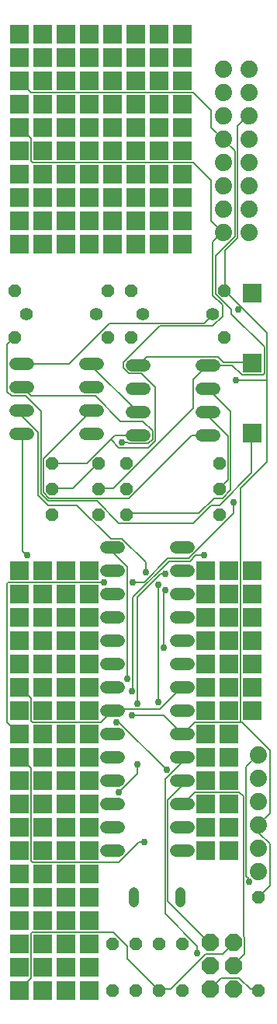
<source format=gbl>
G04 EAGLE Gerber RS-274X export*
G75*
%MOMM*%
%FSLAX34Y34*%
%LPD*%
%INBottom Copper*%
%IPPOS*%
%AMOC8*
5,1,8,0,0,1.08239X$1,22.5*%
G01*
%ADD10R,2.032000X2.032000*%
%ADD11C,1.320800*%
%ADD12P,1.429621X8X292.500000*%
%ADD13P,1.429621X8X112.500000*%
%ADD14P,2.034460X8X292.500000*%
%ADD15C,1.117600*%
%ADD16C,1.879600*%
%ADD17P,1.429621X8X202.500000*%
%ADD18P,1.429621X8X22.500000*%
%ADD19C,1.408000*%
%ADD20C,0.152400*%
%ADD21C,0.756400*%


D10*
X25400Y350520D03*
X25400Y325120D03*
X25400Y299720D03*
X25400Y274320D03*
X25400Y248920D03*
X25400Y223520D03*
X25400Y198120D03*
X25400Y172720D03*
X25400Y147320D03*
X25400Y121920D03*
X25400Y96520D03*
X25400Y71120D03*
X25400Y45720D03*
X25400Y20320D03*
X25400Y909320D03*
X25400Y426720D03*
X25400Y883920D03*
X25400Y858520D03*
X25400Y833120D03*
X25400Y401320D03*
X25400Y375920D03*
D11*
X120396Y502920D02*
X133604Y502920D01*
X133604Y477520D02*
X120396Y477520D01*
X120396Y452120D02*
X133604Y452120D01*
X133604Y426720D02*
X120396Y426720D01*
X120396Y401320D02*
X133604Y401320D01*
X133604Y375920D02*
X120396Y375920D01*
X120396Y350520D02*
X133604Y350520D01*
X133604Y325120D02*
X120396Y325120D01*
X120396Y299720D02*
X133604Y299720D01*
X133604Y274320D02*
X120396Y274320D01*
X120396Y248920D02*
X133604Y248920D01*
X133604Y223520D02*
X120396Y223520D01*
X120396Y198120D02*
X133604Y198120D01*
X133604Y172720D02*
X120396Y172720D01*
X196596Y172720D02*
X209804Y172720D01*
X209804Y198120D02*
X196596Y198120D01*
X196596Y223520D02*
X209804Y223520D01*
X209804Y248920D02*
X196596Y248920D01*
X196596Y274320D02*
X209804Y274320D01*
X209804Y299720D02*
X196596Y299720D01*
X196596Y325120D02*
X209804Y325120D01*
X209804Y350520D02*
X196596Y350520D01*
X196596Y375920D02*
X209804Y375920D01*
X209804Y401320D02*
X196596Y401320D01*
X196596Y426720D02*
X209804Y426720D01*
X209804Y452120D02*
X196596Y452120D01*
X196596Y477520D02*
X209804Y477520D01*
X209804Y502920D02*
X196596Y502920D01*
D12*
X285750Y121920D03*
X285750Y20320D03*
D13*
X203200Y20320D03*
X203200Y71120D03*
D14*
X233680Y72390D03*
X259080Y72390D03*
X233680Y46990D03*
X259080Y46990D03*
X233680Y21590D03*
X259080Y21590D03*
D13*
X177800Y20320D03*
X177800Y71120D03*
D15*
X200660Y116332D02*
X200660Y127508D01*
X149860Y127508D02*
X149860Y116332D01*
D12*
X127000Y71120D03*
X127000Y20320D03*
X152400Y71120D03*
X152400Y20320D03*
D16*
X285750Y276860D03*
X285750Y251460D03*
X285750Y226060D03*
X285750Y200660D03*
X285750Y175260D03*
X285750Y149860D03*
D11*
X34544Y702310D02*
X21336Y702310D01*
X21336Y676910D02*
X34544Y676910D01*
X97536Y676910D02*
X110744Y676910D01*
X110744Y702310D02*
X97536Y702310D01*
X34544Y651510D02*
X21336Y651510D01*
X21336Y626110D02*
X34544Y626110D01*
X97536Y651510D02*
X110744Y651510D01*
X110744Y626110D02*
X97536Y626110D01*
D17*
X111760Y538480D03*
X60960Y538480D03*
D11*
X148336Y701040D02*
X161544Y701040D01*
X161544Y675640D02*
X148336Y675640D01*
X224536Y675640D02*
X237744Y675640D01*
X237744Y701040D02*
X224536Y701040D01*
X161544Y650240D02*
X148336Y650240D01*
X148336Y624840D02*
X161544Y624840D01*
X224536Y650240D02*
X237744Y650240D01*
X237744Y624840D02*
X224536Y624840D01*
D17*
X111760Y566420D03*
X60960Y566420D03*
D18*
X142240Y594360D03*
X243840Y594360D03*
X147320Y731520D03*
X248920Y731520D03*
X142240Y566420D03*
X243840Y566420D03*
D16*
X275590Y845820D03*
X247650Y845820D03*
X275590Y871220D03*
X247650Y871220D03*
X275590Y896620D03*
X247650Y896620D03*
X275590Y922020D03*
X247650Y922020D03*
X275590Y947420D03*
X247650Y947420D03*
X275590Y972820D03*
X247650Y972820D03*
X275590Y998220D03*
X247650Y998220D03*
X275590Y1023620D03*
X247650Y1023620D03*
D10*
X279400Y703580D03*
X279400Y779780D03*
X25400Y1061720D03*
X25400Y1036320D03*
D18*
X60960Y594360D03*
X111760Y594360D03*
X20320Y731520D03*
X121920Y731520D03*
X20320Y782320D03*
X121920Y782320D03*
X147320Y782320D03*
X248920Y782320D03*
D19*
X33020Y756920D03*
X109220Y756920D03*
X160020Y756920D03*
X236220Y756920D03*
D18*
X142240Y538480D03*
X243840Y538480D03*
D20*
X216408Y312420D02*
X204216Y300228D01*
X266700Y312420D02*
X268224Y312420D01*
X266700Y312420D02*
X216408Y312420D01*
X268224Y312420D02*
X298704Y281940D01*
X298704Y213360D01*
X286512Y201168D01*
X204216Y300228D02*
X203200Y299720D01*
X285750Y200660D02*
X286512Y201168D01*
X182880Y320040D02*
X147828Y320040D01*
X182880Y320040D02*
X203200Y299720D01*
X190500Y21336D02*
X178308Y21336D01*
X190500Y21336D02*
X228600Y59436D01*
X246888Y59436D01*
X259080Y71628D01*
X178308Y21336D02*
X177800Y20320D01*
X259080Y71628D02*
X259080Y72390D01*
X38100Y33528D02*
X25908Y21336D01*
X38100Y33528D02*
X38100Y82296D01*
X39624Y83820D01*
X128016Y83820D01*
X143256Y68580D01*
X143256Y54864D01*
X177800Y20320D01*
X25908Y21336D02*
X25400Y20320D01*
X286512Y192024D02*
X286512Y199644D01*
X286512Y192024D02*
X298704Y179832D01*
X298704Y134112D01*
X286512Y121920D01*
X286512Y199644D02*
X285750Y200660D01*
X285750Y121920D02*
X286512Y121920D01*
X249936Y783336D02*
X249936Y826008D01*
X263652Y839724D01*
X263652Y961644D01*
X274320Y972312D01*
X249936Y783336D02*
X248920Y782320D01*
X274320Y972312D02*
X275590Y972820D01*
X79248Y702564D02*
X28956Y702564D01*
X79248Y702564D02*
X123444Y746760D01*
X227076Y746760D01*
X236220Y755904D01*
X28956Y702564D02*
X27940Y702310D01*
X236220Y755904D02*
X236220Y756920D01*
X266700Y566928D02*
X266700Y312420D01*
X266700Y566928D02*
X295656Y595884D01*
X295656Y685800D02*
X295656Y736092D01*
X295656Y685800D02*
X295656Y595884D01*
X266954Y764794D02*
X249936Y781812D01*
X266954Y764794D02*
X295656Y736092D01*
X249936Y781812D02*
X248920Y782320D01*
D21*
X147828Y320040D03*
X264160Y762000D03*
X261620Y684304D03*
D20*
X294160Y684304D01*
X295656Y685800D01*
X264160Y762000D02*
X266954Y764794D01*
D10*
X25400Y985520D03*
D20*
X128016Y326136D02*
X178308Y326136D01*
X202692Y350520D01*
X128016Y326136D02*
X127000Y325120D01*
X202692Y350520D02*
X203200Y350520D01*
X127000Y325120D02*
X114300Y312420D01*
X39624Y312420D01*
X38100Y313944D01*
X38100Y338328D01*
X25908Y350520D01*
X25400Y350520D01*
X60960Y566928D02*
X83820Y566928D01*
X111252Y594360D01*
X60960Y566928D02*
X60960Y566420D01*
X111252Y594360D02*
X111760Y594360D01*
X179832Y473964D02*
X184404Y473964D01*
X179832Y473964D02*
X153924Y448056D01*
X153924Y332232D01*
X153924Y266700D02*
X153924Y256032D01*
X134112Y236220D01*
D21*
X184404Y473964D03*
X153924Y332232D03*
X153924Y266700D03*
X134112Y236220D03*
D20*
X259080Y539496D02*
X259080Y551688D01*
X259080Y539496D02*
X210312Y490728D01*
X187452Y490728D01*
X161544Y464820D01*
X149352Y464820D01*
X117348Y464820D02*
X13716Y464820D01*
X12192Y463296D01*
X12192Y312420D01*
X24384Y300228D01*
X25400Y299720D01*
D21*
X259080Y551688D03*
X149352Y464820D03*
X117348Y464820D03*
D20*
X217932Y493776D02*
X227076Y493776D01*
X217932Y493776D02*
X211836Y487680D01*
X188976Y487680D01*
X149352Y448056D01*
X149352Y347472D01*
X147828Y345948D01*
X155448Y181356D02*
X161544Y181356D01*
X155448Y181356D02*
X134112Y160020D01*
X39624Y160020D01*
X38100Y161544D01*
X38100Y262128D01*
X25908Y274320D01*
X25400Y274320D01*
D21*
X227076Y493776D03*
X147828Y345948D03*
X161544Y181356D03*
D20*
X275844Y141732D02*
X275844Y138684D01*
X275844Y141732D02*
X272796Y144780D01*
X272796Y263652D01*
X284988Y275844D01*
X285750Y276860D01*
D21*
X275844Y138684D03*
D20*
X202692Y268224D02*
X202692Y274320D01*
X202692Y268224D02*
X184404Y249936D01*
X184404Y103632D01*
X219456Y68580D01*
X219456Y60960D01*
X203200Y274320D02*
X202692Y274320D01*
X28956Y644652D02*
X28956Y650748D01*
X28956Y644652D02*
X45720Y627888D01*
X45720Y559308D01*
X56388Y548640D01*
X88392Y548640D01*
X124968Y512064D01*
X137160Y512064D01*
X163068Y486156D01*
X163068Y475488D01*
X176784Y461772D02*
X176784Y333756D01*
X28956Y650748D02*
X27940Y651510D01*
D21*
X219456Y60960D03*
X163068Y475488D03*
X176784Y461772D03*
X176784Y333756D03*
D20*
X202692Y248412D02*
X202692Y242316D01*
X187452Y227076D01*
X187452Y117348D01*
X233172Y71628D01*
X202692Y248412D02*
X203200Y248920D01*
X233680Y72390D02*
X233172Y71628D01*
X277368Y21336D02*
X284988Y21336D01*
X277368Y21336D02*
X265176Y33528D01*
X245364Y33528D01*
X234696Y22860D01*
X284988Y21336D02*
X285750Y20320D01*
X234696Y22860D02*
X233680Y21590D01*
X128016Y496824D02*
X128016Y502920D01*
X128016Y496824D02*
X143256Y481584D01*
X143256Y359664D01*
X128016Y502920D02*
X127000Y502920D01*
D21*
X143256Y359664D03*
D20*
X216408Y236220D02*
X204216Y224028D01*
X216408Y236220D02*
X265176Y236220D01*
X269748Y231648D01*
X269748Y79248D01*
X271272Y77724D01*
X271272Y59436D01*
X259080Y47244D01*
X203200Y223520D02*
X204216Y224028D01*
X259080Y47244D02*
X259080Y46990D01*
X28956Y498348D02*
X28956Y624840D01*
X28956Y498348D02*
X33528Y493776D01*
X131064Y312420D02*
X134112Y312420D01*
X185928Y260604D01*
X28956Y624840D02*
X27940Y626110D01*
D21*
X33528Y493776D03*
X131064Y312420D03*
X185928Y260604D03*
X137160Y617220D03*
D20*
X143256Y617220D01*
X144780Y615696D01*
X166116Y615696D01*
X170688Y620268D01*
X170688Y629412D01*
X160020Y640080D01*
X135636Y640080D01*
X108204Y667512D01*
X38100Y667512D01*
X28956Y676656D01*
X27940Y676910D01*
X182880Y454152D02*
X182880Y393192D01*
X182880Y454152D02*
X184404Y455676D01*
D21*
X182880Y393192D03*
X184404Y455676D03*
D20*
X153924Y650748D02*
X103632Y701040D01*
X153924Y650748D02*
X154940Y650240D01*
X103632Y701040D02*
X104140Y702310D01*
X248412Y704088D02*
X278892Y704088D01*
X248412Y704088D02*
X242316Y710184D01*
X164592Y710184D01*
X155448Y701040D01*
X278892Y704088D02*
X279400Y703580D01*
X155448Y701040D02*
X154940Y701040D01*
X143256Y539496D02*
X220980Y539496D01*
X237744Y556260D01*
X246888Y556260D01*
X256032Y565404D01*
X256032Y650748D01*
X231140Y675640D01*
X143256Y539496D02*
X142240Y538480D01*
X213360Y624840D02*
X231140Y624840D01*
X213360Y624840D02*
X144780Y556260D01*
X57912Y556260D01*
X51816Y562356D01*
X51816Y598932D01*
X103632Y650748D01*
X104140Y651510D01*
D10*
X25400Y960120D03*
D20*
X60960Y594360D02*
X99060Y594360D01*
X124968Y620268D02*
X129540Y624840D01*
X124968Y620268D02*
X99060Y594360D01*
X129540Y624840D02*
X154940Y624840D01*
X38100Y947928D02*
X25908Y960120D01*
X38100Y947928D02*
X38100Y923544D01*
X39624Y922020D01*
X214884Y922020D01*
X234696Y902208D01*
X234696Y858012D01*
X246888Y845820D01*
X25908Y960120D02*
X25400Y960120D01*
X124968Y620268D02*
X134112Y611124D01*
X166116Y611124D01*
X173736Y618744D01*
X173736Y676656D01*
X158496Y691896D01*
X144780Y691896D01*
X138684Y697992D01*
X138684Y704088D01*
X178308Y743712D01*
X236220Y743712D01*
X246888Y754380D01*
X246888Y766572D01*
X236220Y777240D01*
X236220Y835152D01*
X246888Y845820D01*
X247650Y845820D01*
D10*
X25400Y1010920D03*
D20*
X112776Y566928D02*
X128016Y566928D01*
X214884Y653796D01*
X214884Y685800D01*
X230124Y701040D01*
X112776Y566928D02*
X111760Y566420D01*
X230124Y701040D02*
X231140Y701040D01*
X38100Y998220D02*
X25400Y1010920D01*
X38100Y998220D02*
X214884Y998220D01*
X234696Y978408D01*
X234696Y960120D01*
X246888Y947928D01*
X247650Y947420D01*
X257556Y701040D02*
X231140Y701040D01*
X257556Y701040D02*
X268224Y690372D01*
X291084Y690372D01*
X292608Y691896D01*
X239268Y778764D02*
X239268Y819912D01*
X260604Y841248D01*
X260604Y934212D01*
X248412Y946404D01*
X247650Y947420D01*
X239268Y778764D02*
X256540Y761492D01*
X256540Y756920D01*
X292608Y720852D01*
X292608Y691896D01*
X231648Y649224D02*
X231648Y644652D01*
X252984Y623316D01*
X252984Y576072D01*
X243840Y566928D01*
X231648Y649224D02*
X231140Y650240D01*
X243840Y566928D02*
X243840Y566420D01*
D10*
X50800Y20320D03*
X76200Y20320D03*
X101600Y20320D03*
X101600Y45720D03*
X76200Y45720D03*
X50800Y45720D03*
X50800Y71120D03*
X76200Y71120D03*
X101600Y71120D03*
X101600Y96520D03*
X76200Y96520D03*
X50800Y96520D03*
X50800Y121920D03*
X76200Y121920D03*
X101600Y121920D03*
X101600Y147320D03*
X76200Y147320D03*
X50800Y147320D03*
X50800Y172720D03*
X76200Y172720D03*
X101600Y172720D03*
X101600Y198120D03*
X76200Y198120D03*
X50800Y198120D03*
X50800Y223520D03*
X76200Y223520D03*
X101600Y223520D03*
X101600Y248920D03*
X76200Y248920D03*
X50800Y248920D03*
X50800Y274320D03*
X76200Y274320D03*
X101600Y274320D03*
X101600Y299720D03*
X76200Y299720D03*
X50800Y299720D03*
X50800Y325120D03*
X76200Y325120D03*
X101600Y325120D03*
X101600Y350520D03*
X76200Y350520D03*
X50800Y350520D03*
X50800Y375920D03*
X76200Y375920D03*
X101600Y375920D03*
X101600Y401320D03*
X76200Y401320D03*
X50800Y401320D03*
X50800Y426720D03*
X76200Y426720D03*
X101600Y426720D03*
X101600Y452120D03*
X76200Y452120D03*
X50800Y452120D03*
X25400Y452120D03*
X25400Y477520D03*
X50800Y477520D03*
X76200Y477520D03*
X101600Y477520D03*
X228600Y172720D03*
X254000Y172720D03*
X254000Y198120D03*
X228600Y198120D03*
X228600Y223520D03*
X254000Y223520D03*
X254000Y248920D03*
X228600Y248920D03*
X228600Y274320D03*
X254000Y274320D03*
X254000Y299720D03*
X228600Y299720D03*
X228600Y325120D03*
X254000Y325120D03*
X254000Y350520D03*
X228600Y350520D03*
X279400Y350520D03*
X279400Y375920D03*
X254000Y375920D03*
X228600Y375920D03*
X228600Y401320D03*
X254000Y401320D03*
X279400Y401320D03*
X279400Y426720D03*
X254000Y426720D03*
X228600Y426720D03*
X228600Y452120D03*
X254000Y452120D03*
X279400Y452120D03*
X279400Y477520D03*
X254000Y477520D03*
X228600Y477520D03*
X50800Y1061720D03*
X76200Y1061720D03*
X101600Y1061720D03*
X127000Y1061720D03*
X152400Y1061720D03*
X177800Y1061720D03*
X203200Y1061720D03*
X203200Y1036320D03*
X177800Y1036320D03*
X152400Y1036320D03*
X127000Y1036320D03*
X101600Y1036320D03*
X76200Y1036320D03*
X50800Y1036320D03*
X50800Y1010920D03*
X76200Y1010920D03*
X101600Y1010920D03*
X127000Y1010920D03*
X152400Y1010920D03*
X177800Y1010920D03*
X203200Y1010920D03*
X50800Y960120D03*
X50800Y985520D03*
X76200Y985520D03*
X101600Y985520D03*
X127000Y985520D03*
X152400Y985520D03*
X177800Y985520D03*
X203200Y985520D03*
X203200Y960120D03*
X177800Y960120D03*
X152400Y960120D03*
X127000Y960120D03*
X101600Y960120D03*
X76200Y960120D03*
X25400Y934720D03*
X50800Y934720D03*
X76200Y934720D03*
X101600Y934720D03*
X127000Y934720D03*
X152400Y934720D03*
X177800Y934720D03*
X203200Y934720D03*
X203200Y909320D03*
X177800Y909320D03*
X152400Y909320D03*
X127000Y909320D03*
X101600Y909320D03*
X76200Y909320D03*
X50800Y909320D03*
X50800Y883920D03*
X76200Y883920D03*
X101600Y883920D03*
X127000Y883920D03*
X152400Y883920D03*
X177800Y883920D03*
X203200Y883920D03*
X203200Y858520D03*
X177800Y858520D03*
X152400Y858520D03*
X127000Y858520D03*
X101600Y858520D03*
X76200Y858520D03*
X50800Y858520D03*
X76200Y833120D03*
X101600Y833120D03*
X127000Y833120D03*
X152400Y833120D03*
X177800Y833120D03*
X203200Y833120D03*
X50800Y833120D03*
X279400Y627380D03*
D20*
X278892Y626364D02*
X278892Y583692D01*
X243840Y548640D01*
X234696Y548640D01*
X214884Y528828D01*
X134112Y528828D01*
X109728Y553212D01*
X56388Y553212D01*
X48768Y560832D01*
X48768Y650748D01*
X32004Y667512D01*
X16764Y667512D01*
X12192Y672084D01*
X12192Y723900D01*
X19812Y731520D01*
X278892Y626364D02*
X279400Y627380D01*
X20320Y731520D02*
X19812Y731520D01*
D10*
X279400Y325120D03*
M02*

</source>
